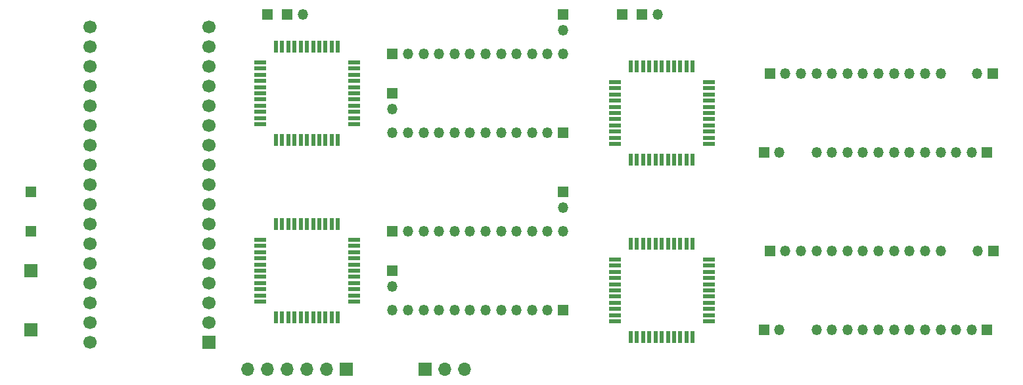
<source format=gbr>
%TF.GenerationSoftware,KiCad,Pcbnew,(6.0.2-0)*%
%TF.CreationDate,2022-06-16T00:13:51-05:00*%
%TF.ProjectId,stein gate pcb,73746569-6e20-4676-9174-65207063622e,rev?*%
%TF.SameCoordinates,Original*%
%TF.FileFunction,Soldermask,Top*%
%TF.FilePolarity,Negative*%
%FSLAX46Y46*%
G04 Gerber Fmt 4.6, Leading zero omitted, Abs format (unit mm)*
G04 Created by KiCad (PCBNEW (6.0.2-0)) date 2022-06-16 00:13:51*
%MOMM*%
%LPD*%
G01*
G04 APERTURE LIST*
%ADD10R,1.350000X1.350000*%
%ADD11O,1.350000X1.350000*%
%ADD12R,1.500000X0.520000*%
%ADD13R,0.520000X1.500000*%
%ADD14R,1.700000X1.700000*%
%ADD15O,1.700000X1.700000*%
%ADD16C,1.700000*%
G04 APERTURE END LIST*
D10*
%TO.C,tube4*%
X166340000Y-83820000D03*
D11*
X168340000Y-83820000D03*
X170340000Y-83820000D03*
X172340000Y-83820000D03*
X174340000Y-83820000D03*
X176340000Y-83820000D03*
X178340000Y-83820000D03*
X180340000Y-83820000D03*
X182340000Y-83820000D03*
X184340000Y-83820000D03*
X186340000Y-83820000D03*
X188340000Y-83820000D03*
%TD*%
D10*
%TO.C,R8*%
X195040000Y-83820000D03*
D11*
X193040000Y-83820000D03*
%TD*%
D10*
%TO.C,R4*%
X165560000Y-93980000D03*
D11*
X167560000Y-93980000D03*
%TD*%
D10*
%TO.C,R5*%
X117700000Y-109220000D03*
D11*
X117700000Y-111220000D03*
%TD*%
D12*
%TO.C,U1*%
X112730000Y-113220000D03*
X112730000Y-112420000D03*
X112730000Y-111620000D03*
X112730000Y-110820000D03*
X112730000Y-110020000D03*
X112730000Y-109220000D03*
X112730000Y-108420000D03*
X112730000Y-107620000D03*
X112730000Y-106820000D03*
X112730000Y-106020000D03*
X112730000Y-105220000D03*
D13*
X110680000Y-103170000D03*
X109880000Y-103170000D03*
X109080000Y-103170000D03*
X108280000Y-103170000D03*
X107480000Y-103170000D03*
X106680000Y-103170000D03*
X105880000Y-103170000D03*
X105080000Y-103170000D03*
X104280000Y-103170000D03*
X103480000Y-103170000D03*
X102680000Y-103170000D03*
D12*
X100630000Y-105220000D03*
X100630000Y-106020000D03*
X100630000Y-106820000D03*
X100630000Y-107620000D03*
X100630000Y-108420000D03*
X100630000Y-109220000D03*
X100630000Y-110020000D03*
X100630000Y-110820000D03*
X100630000Y-111620000D03*
X100630000Y-112420000D03*
X100630000Y-113220000D03*
D13*
X102680000Y-115270000D03*
X103480000Y-115270000D03*
X104280000Y-115270000D03*
X105080000Y-115270000D03*
X105880000Y-115270000D03*
X106680000Y-115270000D03*
X107480000Y-115270000D03*
X108280000Y-115270000D03*
X109080000Y-115270000D03*
X109880000Y-115270000D03*
X110680000Y-115270000D03*
%TD*%
D10*
%TO.C,R1*%
X104140000Y-76200000D03*
D11*
X106140000Y-76200000D03*
%TD*%
D10*
%TO.C,tube5*%
X139700000Y-114300000D03*
D11*
X137700000Y-114300000D03*
X135700000Y-114300000D03*
X133700000Y-114300000D03*
X131700000Y-114300000D03*
X129700000Y-114300000D03*
X127700000Y-114300000D03*
X125700000Y-114300000D03*
X123700000Y-114300000D03*
X121700000Y-114300000D03*
X119700000Y-114300000D03*
X117700000Y-114300000D03*
%TD*%
D14*
%TO.C,BatteryIn*%
X71120000Y-116840000D03*
%TD*%
%TO.C,BatteryGround*%
X71120000Y-109220000D03*
%TD*%
D10*
%TO.C,R6*%
X165560000Y-116840000D03*
D11*
X167560000Y-116840000D03*
%TD*%
D14*
%TO.C,IR_receiver1*%
X121920000Y-121920000D03*
D15*
X124460000Y-121920000D03*
X127000000Y-121920000D03*
%TD*%
D10*
%TO.C,ground*%
X71120000Y-104140000D03*
%TD*%
%TO.C,170vin1*%
X147320000Y-76200000D03*
%TD*%
%TO.C,R10*%
X195120000Y-106680000D03*
D11*
X193120000Y-106680000D03*
%TD*%
D10*
%TO.C,tube1*%
X139700000Y-91440000D03*
D11*
X137700000Y-91440000D03*
X135700000Y-91440000D03*
X133700000Y-91440000D03*
X131700000Y-91440000D03*
X129700000Y-91440000D03*
X127700000Y-91440000D03*
X125700000Y-91440000D03*
X123700000Y-91440000D03*
X121700000Y-91440000D03*
X119700000Y-91440000D03*
X117700000Y-91440000D03*
%TD*%
D10*
%TO.C,tube7*%
X194340000Y-116840000D03*
D11*
X192340000Y-116840000D03*
X190340000Y-116840000D03*
X188340000Y-116840000D03*
X186340000Y-116840000D03*
X184340000Y-116840000D03*
X182340000Y-116840000D03*
X180340000Y-116840000D03*
X178340000Y-116840000D03*
X176340000Y-116840000D03*
X174340000Y-116840000D03*
X172340000Y-116840000D03*
%TD*%
D10*
%TO.C,R9*%
X139700000Y-99060000D03*
D11*
X139700000Y-101060000D03*
%TD*%
D10*
%TO.C,R3*%
X117700000Y-86360000D03*
D11*
X117700000Y-88360000D03*
%TD*%
D10*
%TO.C,tube3*%
X194340000Y-93980000D03*
D11*
X192340000Y-93980000D03*
X190340000Y-93980000D03*
X188340000Y-93980000D03*
X186340000Y-93980000D03*
X184340000Y-93980000D03*
X182340000Y-93980000D03*
X180340000Y-93980000D03*
X178340000Y-93980000D03*
X176340000Y-93980000D03*
X174340000Y-93980000D03*
X172340000Y-93980000D03*
%TD*%
D10*
%TO.C,tube6*%
X117700000Y-104140000D03*
D11*
X119700000Y-104140000D03*
X121700000Y-104140000D03*
X123700000Y-104140000D03*
X125700000Y-104140000D03*
X127700000Y-104140000D03*
X129700000Y-104140000D03*
X131700000Y-104140000D03*
X133700000Y-104140000D03*
X135700000Y-104140000D03*
X137700000Y-104140000D03*
X139700000Y-104140000D03*
%TD*%
D14*
%TO.C,RTCModule1*%
X111760000Y-121920000D03*
D15*
X109220000Y-121920000D03*
X106680000Y-121920000D03*
X104140000Y-121920000D03*
X101600000Y-121920000D03*
X99060000Y-121920000D03*
%TD*%
D10*
%TO.C,To170V*%
X71120000Y-99060000D03*
%TD*%
%TO.C,tube8*%
X166340000Y-106680000D03*
D11*
X168340000Y-106680000D03*
X170340000Y-106680000D03*
X172340000Y-106680000D03*
X174340000Y-106680000D03*
X176340000Y-106680000D03*
X178340000Y-106680000D03*
X180340000Y-106680000D03*
X182340000Y-106680000D03*
X184340000Y-106680000D03*
X186340000Y-106680000D03*
X188340000Y-106680000D03*
%TD*%
D10*
%TO.C,tube2*%
X117700000Y-81280000D03*
D11*
X119700000Y-81280000D03*
X121700000Y-81280000D03*
X123700000Y-81280000D03*
X125700000Y-81280000D03*
X127700000Y-81280000D03*
X129700000Y-81280000D03*
X131700000Y-81280000D03*
X133700000Y-81280000D03*
X135700000Y-81280000D03*
X137700000Y-81280000D03*
X139700000Y-81280000D03*
%TD*%
D10*
%TO.C,170vin2*%
X101600000Y-76200000D03*
%TD*%
%TO.C,R7*%
X139700000Y-76200000D03*
D11*
X139700000Y-78200000D03*
%TD*%
D12*
%TO.C,U5*%
X158450000Y-92900000D03*
X158450000Y-92100000D03*
X158450000Y-91300000D03*
X158450000Y-90500000D03*
X158450000Y-89700000D03*
X158450000Y-88900000D03*
X158450000Y-88100000D03*
X158450000Y-87300000D03*
X158450000Y-86500000D03*
X158450000Y-85700000D03*
X158450000Y-84900000D03*
D13*
X156400000Y-82850000D03*
X155600000Y-82850000D03*
X154800000Y-82850000D03*
X154000000Y-82850000D03*
X153200000Y-82850000D03*
X152400000Y-82850000D03*
X151600000Y-82850000D03*
X150800000Y-82850000D03*
X150000000Y-82850000D03*
X149200000Y-82850000D03*
X148400000Y-82850000D03*
D12*
X146350000Y-84900000D03*
X146350000Y-85700000D03*
X146350000Y-86500000D03*
X146350000Y-87300000D03*
X146350000Y-88100000D03*
X146350000Y-88900000D03*
X146350000Y-89700000D03*
X146350000Y-90500000D03*
X146350000Y-91300000D03*
X146350000Y-92100000D03*
X146350000Y-92900000D03*
D13*
X148400000Y-94950000D03*
X149200000Y-94950000D03*
X150000000Y-94950000D03*
X150800000Y-94950000D03*
X151600000Y-94950000D03*
X152400000Y-94950000D03*
X153200000Y-94950000D03*
X154000000Y-94950000D03*
X154800000Y-94950000D03*
X155600000Y-94950000D03*
X156400000Y-94950000D03*
%TD*%
D10*
%TO.C,R2*%
X149860000Y-76200000D03*
D11*
X151860000Y-76200000D03*
%TD*%
D16*
%TO.C,U2*%
X94018500Y-103180000D03*
X94018500Y-100640000D03*
X78762500Y-80320000D03*
X94018500Y-98100000D03*
X94018500Y-95560000D03*
X78762500Y-105720000D03*
X94018500Y-93020000D03*
X94018500Y-90480000D03*
X94018500Y-87940000D03*
X94018500Y-85400000D03*
X94018500Y-82860000D03*
X94018500Y-80320000D03*
X94018500Y-77780000D03*
X78762500Y-77780000D03*
X78762500Y-85400000D03*
X78762500Y-87940000D03*
X78762500Y-90480000D03*
X78762500Y-93020000D03*
X78762500Y-95560000D03*
X78762500Y-98100000D03*
X78762500Y-82860000D03*
X94018500Y-105720000D03*
X78762500Y-110800000D03*
X78762500Y-115880000D03*
D14*
X94018500Y-118420000D03*
D16*
X78762500Y-103180000D03*
X78762500Y-100640000D03*
X94018500Y-108260000D03*
X78762500Y-108260000D03*
X94018500Y-110800000D03*
X78762500Y-118420000D03*
X94018500Y-115880000D03*
X94018500Y-113340000D03*
X78762500Y-113340000D03*
%TD*%
D12*
%TO.C,U3*%
X112730000Y-90360000D03*
X112730000Y-89560000D03*
X112730000Y-88760000D03*
X112730000Y-87960000D03*
X112730000Y-87160000D03*
X112730000Y-86360000D03*
X112730000Y-85560000D03*
X112730000Y-84760000D03*
X112730000Y-83960000D03*
X112730000Y-83160000D03*
X112730000Y-82360000D03*
D13*
X110680000Y-80310000D03*
X109880000Y-80310000D03*
X109080000Y-80310000D03*
X108280000Y-80310000D03*
X107480000Y-80310000D03*
X106680000Y-80310000D03*
X105880000Y-80310000D03*
X105080000Y-80310000D03*
X104280000Y-80310000D03*
X103480000Y-80310000D03*
X102680000Y-80310000D03*
D12*
X100630000Y-82360000D03*
X100630000Y-83160000D03*
X100630000Y-83960000D03*
X100630000Y-84760000D03*
X100630000Y-85560000D03*
X100630000Y-86360000D03*
X100630000Y-87160000D03*
X100630000Y-87960000D03*
X100630000Y-88760000D03*
X100630000Y-89560000D03*
X100630000Y-90360000D03*
D13*
X102680000Y-92410000D03*
X103480000Y-92410000D03*
X104280000Y-92410000D03*
X105080000Y-92410000D03*
X105880000Y-92410000D03*
X106680000Y-92410000D03*
X107480000Y-92410000D03*
X108280000Y-92410000D03*
X109080000Y-92410000D03*
X109880000Y-92410000D03*
X110680000Y-92410000D03*
%TD*%
D12*
%TO.C,U4*%
X158450000Y-115760000D03*
X158450000Y-114960000D03*
X158450000Y-114160000D03*
X158450000Y-113360000D03*
X158450000Y-112560000D03*
X158450000Y-111760000D03*
X158450000Y-110960000D03*
X158450000Y-110160000D03*
X158450000Y-109360000D03*
X158450000Y-108560000D03*
X158450000Y-107760000D03*
D13*
X156400000Y-105710000D03*
X155600000Y-105710000D03*
X154800000Y-105710000D03*
X154000000Y-105710000D03*
X153200000Y-105710000D03*
X152400000Y-105710000D03*
X151600000Y-105710000D03*
X150800000Y-105710000D03*
X150000000Y-105710000D03*
X149200000Y-105710000D03*
X148400000Y-105710000D03*
D12*
X146350000Y-107760000D03*
X146350000Y-108560000D03*
X146350000Y-109360000D03*
X146350000Y-110160000D03*
X146350000Y-110960000D03*
X146350000Y-111760000D03*
X146350000Y-112560000D03*
X146350000Y-113360000D03*
X146350000Y-114160000D03*
X146350000Y-114960000D03*
X146350000Y-115760000D03*
D13*
X148400000Y-117810000D03*
X149200000Y-117810000D03*
X150000000Y-117810000D03*
X150800000Y-117810000D03*
X151600000Y-117810000D03*
X152400000Y-117810000D03*
X153200000Y-117810000D03*
X154000000Y-117810000D03*
X154800000Y-117810000D03*
X155600000Y-117810000D03*
X156400000Y-117810000D03*
%TD*%
M02*

</source>
